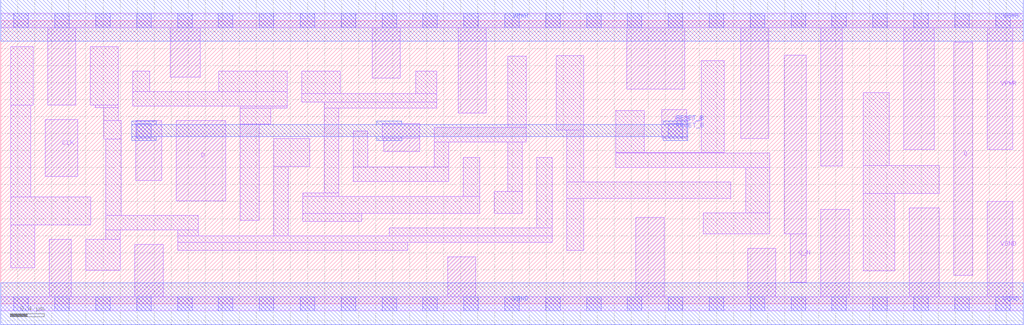
<source format=lef>
# Copyright 2020 The SkyWater PDK Authors
#
# Licensed under the Apache License, Version 2.0 (the "License");
# you may not use this file except in compliance with the License.
# You may obtain a copy of the License at
#
#     https://www.apache.org/licenses/LICENSE-2.0
#
# Unless required by applicable law or agreed to in writing, software
# distributed under the License is distributed on an "AS IS" BASIS,
# WITHOUT WARRANTIES OR CONDITIONS OF ANY KIND, either express or implied.
# See the License for the specific language governing permissions and
# limitations under the License.
#
# SPDX-License-Identifier: Apache-2.0

VERSION 5.7 ;
  NAMESCASESENSITIVE ON ;
  NOWIREEXTENSIONATPIN ON ;
  DIVIDERCHAR "/" ;
  BUSBITCHARS "[]" ;
UNITS
  DATABASE MICRONS 200 ;
END UNITS
MACRO sky130_fd_sc_lp__dfrbp_2
  CLASS CORE ;
  SOURCE USER ;
  FOREIGN sky130_fd_sc_lp__dfrbp_2 ;
  ORIGIN  0.000000  0.000000 ;
  SIZE  12.00000 BY  3.330000 ;
  SYMMETRY R90 ;
  SITE unit ;
  PIN D
    ANTENNAGATEAREA  0.126000 ;
    DIRECTION INPUT ;
    USE SIGNAL ;
    PORT
      LAYER li1 ;
        RECT 2.060000 1.210000 2.640000 2.155000 ;
    END
  END D
  PIN Q
    ANTENNADIFFAREA  0.588000 ;
    DIRECTION OUTPUT ;
    USE SIGNAL ;
    PORT
      LAYER li1 ;
        RECT 11.185000 0.335000 11.410000 3.075000 ;
    END
  END Q
  PIN Q_N
    ANTENNADIFFAREA  0.588000 ;
    DIRECTION OUTPUT ;
    USE SIGNAL ;
    PORT
      LAYER li1 ;
        RECT 9.195000 0.820000 9.455000 2.920000 ;
        RECT 9.265000 0.255000 9.455000 0.820000 ;
    END
  END Q_N
  PIN RESET_B
    ANTENNAGATEAREA  0.378000 ;
    DIRECTION INPUT ;
    USE SIGNAL ;
    PORT
      LAYER li1 ;
        RECT 1.585000 1.450000 1.890000 2.155000 ;
        RECT 4.475000 1.950000 4.920000 2.120000 ;
        RECT 4.495000 1.790000 4.920000 1.950000 ;
        RECT 7.760000 1.950000 8.050000 2.280000 ;
      LAYER mcon ;
        RECT 1.595000 1.950000 1.765000 2.120000 ;
        RECT 7.835000 1.950000 8.005000 2.120000 ;
      LAYER met1 ;
        RECT 1.535000 1.920000 1.825000 1.965000 ;
        RECT 1.535000 1.965000 8.065000 2.105000 ;
        RECT 1.535000 2.105000 1.825000 2.150000 ;
        RECT 4.415000 1.920000 4.705000 1.965000 ;
        RECT 4.415000 2.105000 4.705000 2.150000 ;
        RECT 7.775000 1.920000 8.065000 1.965000 ;
        RECT 7.775000 2.105000 8.065000 2.150000 ;
    END
  END RESET_B
  PIN CLK
    ANTENNAGATEAREA  0.159000 ;
    DIRECTION INPUT ;
    USE CLOCK ;
    PORT
      LAYER li1 ;
        RECT 0.525000 1.495000 0.905000 2.165000 ;
    END
  END CLK
  PIN VGND
    DIRECTION INOUT ;
    USE GROUND ;
    PORT
      LAYER li1 ;
        RECT  0.000000 -0.085000 12.000000 0.085000 ;
        RECT  0.570000  0.085000  0.830000 0.755000 ;
        RECT  1.575000  0.085000  1.905000 0.700000 ;
        RECT  5.245000  0.085000  5.575000 0.550000 ;
        RECT  7.455000  0.085000  7.785000 1.015000 ;
        RECT  8.765000  0.085000  9.095000 0.650000 ;
        RECT  9.625000  0.085000  9.955000 1.110000 ;
        RECT 10.660000  0.085000 11.015000 1.125000 ;
        RECT 11.580000  0.085000 11.875000 1.205000 ;
      LAYER mcon ;
        RECT  0.155000 -0.085000  0.325000 0.085000 ;
        RECT  0.635000 -0.085000  0.805000 0.085000 ;
        RECT  1.115000 -0.085000  1.285000 0.085000 ;
        RECT  1.595000 -0.085000  1.765000 0.085000 ;
        RECT  2.075000 -0.085000  2.245000 0.085000 ;
        RECT  2.555000 -0.085000  2.725000 0.085000 ;
        RECT  3.035000 -0.085000  3.205000 0.085000 ;
        RECT  3.515000 -0.085000  3.685000 0.085000 ;
        RECT  3.995000 -0.085000  4.165000 0.085000 ;
        RECT  4.475000 -0.085000  4.645000 0.085000 ;
        RECT  4.955000 -0.085000  5.125000 0.085000 ;
        RECT  5.435000 -0.085000  5.605000 0.085000 ;
        RECT  5.915000 -0.085000  6.085000 0.085000 ;
        RECT  6.395000 -0.085000  6.565000 0.085000 ;
        RECT  6.875000 -0.085000  7.045000 0.085000 ;
        RECT  7.355000 -0.085000  7.525000 0.085000 ;
        RECT  7.835000 -0.085000  8.005000 0.085000 ;
        RECT  8.315000 -0.085000  8.485000 0.085000 ;
        RECT  8.795000 -0.085000  8.965000 0.085000 ;
        RECT  9.275000 -0.085000  9.445000 0.085000 ;
        RECT  9.755000 -0.085000  9.925000 0.085000 ;
        RECT 10.235000 -0.085000 10.405000 0.085000 ;
        RECT 10.715000 -0.085000 10.885000 0.085000 ;
        RECT 11.195000 -0.085000 11.365000 0.085000 ;
        RECT 11.675000 -0.085000 11.845000 0.085000 ;
      LAYER met1 ;
        RECT 0.000000 -0.245000 12.000000 0.245000 ;
    END
  END VGND
  PIN VPWR
    DIRECTION INOUT ;
    USE POWER ;
    PORT
      LAYER li1 ;
        RECT  0.000000 3.245000 12.000000 3.415000 ;
        RECT  0.550000 2.335000  0.880000 3.245000 ;
        RECT  1.990000 2.665000  2.340000 3.245000 ;
        RECT  4.360000 2.650000  4.690000 3.245000 ;
        RECT  5.370000 2.240000  5.700000 3.245000 ;
        RECT  7.345000 2.525000  8.025000 3.245000 ;
        RECT  8.685000 1.940000  9.015000 3.245000 ;
        RECT  9.625000 1.620000  9.875000 3.245000 ;
        RECT 10.600000 1.815000 10.955000 3.245000 ;
        RECT 11.580000 1.815000 11.875000 3.245000 ;
      LAYER mcon ;
        RECT  0.155000 3.245000  0.325000 3.415000 ;
        RECT  0.635000 3.245000  0.805000 3.415000 ;
        RECT  1.115000 3.245000  1.285000 3.415000 ;
        RECT  1.595000 3.245000  1.765000 3.415000 ;
        RECT  2.075000 3.245000  2.245000 3.415000 ;
        RECT  2.555000 3.245000  2.725000 3.415000 ;
        RECT  3.035000 3.245000  3.205000 3.415000 ;
        RECT  3.515000 3.245000  3.685000 3.415000 ;
        RECT  3.995000 3.245000  4.165000 3.415000 ;
        RECT  4.475000 3.245000  4.645000 3.415000 ;
        RECT  4.955000 3.245000  5.125000 3.415000 ;
        RECT  5.435000 3.245000  5.605000 3.415000 ;
        RECT  5.915000 3.245000  6.085000 3.415000 ;
        RECT  6.395000 3.245000  6.565000 3.415000 ;
        RECT  6.875000 3.245000  7.045000 3.415000 ;
        RECT  7.355000 3.245000  7.525000 3.415000 ;
        RECT  7.835000 3.245000  8.005000 3.415000 ;
        RECT  8.315000 3.245000  8.485000 3.415000 ;
        RECT  8.795000 3.245000  8.965000 3.415000 ;
        RECT  9.275000 3.245000  9.445000 3.415000 ;
        RECT  9.755000 3.245000  9.925000 3.415000 ;
        RECT 10.235000 3.245000 10.405000 3.415000 ;
        RECT 10.715000 3.245000 10.885000 3.415000 ;
        RECT 11.195000 3.245000 11.365000 3.415000 ;
        RECT 11.675000 3.245000 11.845000 3.415000 ;
      LAYER met1 ;
        RECT 0.000000 3.085000 12.000000 3.575000 ;
    END
  END VPWR
  OBS
    LAYER li1 ;
      RECT  0.120000 0.425000  0.400000 0.925000 ;
      RECT  0.120000 0.925000  1.055000 1.255000 ;
      RECT  0.120000 1.255000  0.355000 2.335000 ;
      RECT  0.120000 2.335000  0.380000 3.020000 ;
      RECT  1.000000 0.395000  1.405000 0.755000 ;
      RECT  1.050000 2.335000  1.380000 3.020000 ;
      RECT  1.110000 2.305000  1.380000 2.335000 ;
      RECT  1.210000 1.935000  1.415000 2.155000 ;
      RECT  1.210000 2.155000  1.380000 2.305000 ;
      RECT  1.235000 0.755000  1.405000 0.870000 ;
      RECT  1.235000 0.870000  2.315000 1.040000 ;
      RECT  1.235000 1.040000  1.415000 1.935000 ;
      RECT  1.550000 2.325000  3.365000 2.495000 ;
      RECT  1.550000 2.495000  1.750000 2.735000 ;
      RECT  2.075000 0.630000  4.775000 0.720000 ;
      RECT  2.075000 0.720000  6.470000 0.800000 ;
      RECT  2.075000 0.800000  2.315000 0.870000 ;
      RECT  2.560000 2.495000  3.365000 2.735000 ;
      RECT  2.810000 0.980000  3.035000 2.115000 ;
      RECT  2.810000 2.115000  3.170000 2.300000 ;
      RECT  2.810000 2.300000  3.365000 2.325000 ;
      RECT  3.205000 0.800000  3.375000 1.615000 ;
      RECT  3.205000 1.615000  3.625000 1.945000 ;
      RECT  3.535000 2.370000  5.115000 2.470000 ;
      RECT  3.535000 2.470000  3.985000 2.735000 ;
      RECT  3.545000 0.970000  4.235000 1.060000 ;
      RECT  3.545000 1.060000  5.620000 1.260000 ;
      RECT  3.545000 1.260000  3.965000 1.300000 ;
      RECT  3.795000 1.300000  3.965000 2.300000 ;
      RECT  3.795000 2.300000  5.115000 2.370000 ;
      RECT  4.135000 1.440000  5.260000 1.610000 ;
      RECT  4.135000 1.610000  4.305000 2.030000 ;
      RECT  4.560000 0.800000  6.470000 0.890000 ;
      RECT  4.870000 2.470000  5.115000 2.735000 ;
      RECT  5.090000 1.610000  5.260000 1.900000 ;
      RECT  5.090000 1.900000  6.165000 2.070000 ;
      RECT  5.430000 1.260000  5.620000 1.720000 ;
      RECT  5.790000 1.060000  6.120000 1.320000 ;
      RECT  5.950000 1.320000  6.120000 1.900000 ;
      RECT  5.950000 2.070000  6.165000 2.910000 ;
      RECT  6.290000 0.890000  6.470000 1.720000 ;
      RECT  6.520000 2.040000  6.840000 2.915000 ;
      RECT  6.640000 0.630000  6.840000 1.240000 ;
      RECT  6.640000 1.240000  8.565000 1.430000 ;
      RECT  6.640000 1.430000  6.840000 2.040000 ;
      RECT  7.220000 1.600000  9.025000 1.770000 ;
      RECT  7.220000 1.770000  8.490000 1.780000 ;
      RECT  7.220000 1.780000  7.550000 2.270000 ;
      RECT  8.220000 1.780000  8.490000 2.855000 ;
      RECT  8.245000 0.820000  9.025000 1.070000 ;
      RECT  8.745000 1.070000  9.025000 1.600000 ;
      RECT 10.125000 0.385000 10.490000 1.295000 ;
      RECT 10.125000 1.295000 11.015000 1.625000 ;
      RECT 10.125000 1.625000 10.430000 2.485000 ;
  END
END sky130_fd_sc_lp__dfrbp_2

</source>
